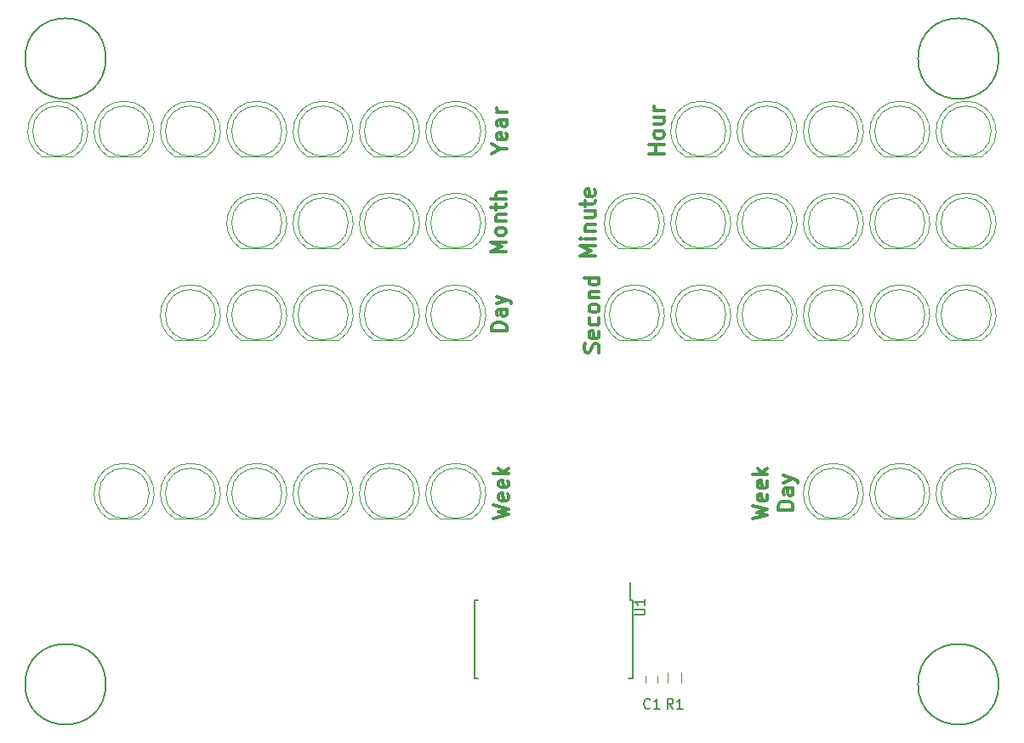
<source format=gbr>
G04 #@! TF.GenerationSoftware,KiCad,Pcbnew,(5.0.2)-1*
G04 #@! TF.CreationDate,2020-05-31T20:05:05-05:00*
G04 #@! TF.ProjectId,Binary_Display,42696e61-7279-45f4-9469-73706c61792e,rev?*
G04 #@! TF.SameCoordinates,Original*
G04 #@! TF.FileFunction,Legend,Top*
G04 #@! TF.FilePolarity,Positive*
%FSLAX46Y46*%
G04 Gerber Fmt 4.6, Leading zero omitted, Abs format (unit mm)*
G04 Created by KiCad (PCBNEW (5.0.2)-1) date 5/31/2020 8:05:05 PM*
%MOMM*%
%LPD*%
G01*
G04 APERTURE LIST*
%ADD10C,0.300000*%
%ADD11C,0.150000*%
%ADD12C,0.120000*%
G04 APERTURE END LIST*
D10*
X173758942Y-107204200D02*
X173830371Y-106989914D01*
X173830371Y-106632771D01*
X173758942Y-106489914D01*
X173687514Y-106418485D01*
X173544657Y-106347057D01*
X173401800Y-106347057D01*
X173258942Y-106418485D01*
X173187514Y-106489914D01*
X173116085Y-106632771D01*
X173044657Y-106918485D01*
X172973228Y-107061342D01*
X172901800Y-107132771D01*
X172758942Y-107204200D01*
X172616085Y-107204200D01*
X172473228Y-107132771D01*
X172401800Y-107061342D01*
X172330371Y-106918485D01*
X172330371Y-106561342D01*
X172401800Y-106347057D01*
X173758942Y-105132771D02*
X173830371Y-105275628D01*
X173830371Y-105561342D01*
X173758942Y-105704200D01*
X173616085Y-105775628D01*
X173044657Y-105775628D01*
X172901800Y-105704200D01*
X172830371Y-105561342D01*
X172830371Y-105275628D01*
X172901800Y-105132771D01*
X173044657Y-105061342D01*
X173187514Y-105061342D01*
X173330371Y-105775628D01*
X173758942Y-103775628D02*
X173830371Y-103918485D01*
X173830371Y-104204200D01*
X173758942Y-104347057D01*
X173687514Y-104418485D01*
X173544657Y-104489914D01*
X173116085Y-104489914D01*
X172973228Y-104418485D01*
X172901800Y-104347057D01*
X172830371Y-104204200D01*
X172830371Y-103918485D01*
X172901800Y-103775628D01*
X173830371Y-102918485D02*
X173758942Y-103061342D01*
X173687514Y-103132771D01*
X173544657Y-103204200D01*
X173116085Y-103204200D01*
X172973228Y-103132771D01*
X172901800Y-103061342D01*
X172830371Y-102918485D01*
X172830371Y-102704200D01*
X172901800Y-102561342D01*
X172973228Y-102489914D01*
X173116085Y-102418485D01*
X173544657Y-102418485D01*
X173687514Y-102489914D01*
X173758942Y-102561342D01*
X173830371Y-102704200D01*
X173830371Y-102918485D01*
X172830371Y-101775628D02*
X173830371Y-101775628D01*
X172973228Y-101775628D02*
X172901800Y-101704200D01*
X172830371Y-101561342D01*
X172830371Y-101347057D01*
X172901800Y-101204200D01*
X173044657Y-101132771D01*
X173830371Y-101132771D01*
X173830371Y-99775628D02*
X172330371Y-99775628D01*
X173758942Y-99775628D02*
X173830371Y-99918485D01*
X173830371Y-100204200D01*
X173758942Y-100347057D01*
X173687514Y-100418485D01*
X173544657Y-100489914D01*
X173116085Y-100489914D01*
X172973228Y-100418485D01*
X172901800Y-100347057D01*
X172830371Y-100204200D01*
X172830371Y-99918485D01*
X172901800Y-99775628D01*
X173423971Y-97570514D02*
X171923971Y-97570514D01*
X172995400Y-97070514D01*
X171923971Y-96570514D01*
X173423971Y-96570514D01*
X173423971Y-95856228D02*
X172423971Y-95856228D01*
X171923971Y-95856228D02*
X171995400Y-95927657D01*
X172066828Y-95856228D01*
X171995400Y-95784800D01*
X171923971Y-95856228D01*
X172066828Y-95856228D01*
X172423971Y-95141942D02*
X173423971Y-95141942D01*
X172566828Y-95141942D02*
X172495400Y-95070514D01*
X172423971Y-94927657D01*
X172423971Y-94713371D01*
X172495400Y-94570514D01*
X172638257Y-94499085D01*
X173423971Y-94499085D01*
X172423971Y-93141942D02*
X173423971Y-93141942D01*
X172423971Y-93784800D02*
X173209685Y-93784800D01*
X173352542Y-93713371D01*
X173423971Y-93570514D01*
X173423971Y-93356228D01*
X173352542Y-93213371D01*
X173281114Y-93141942D01*
X172423971Y-92641942D02*
X172423971Y-92070514D01*
X171923971Y-92427657D02*
X173209685Y-92427657D01*
X173352542Y-92356228D01*
X173423971Y-92213371D01*
X173423971Y-92070514D01*
X173352542Y-90999085D02*
X173423971Y-91141942D01*
X173423971Y-91427657D01*
X173352542Y-91570514D01*
X173209685Y-91641942D01*
X172638257Y-91641942D01*
X172495400Y-91570514D01*
X172423971Y-91427657D01*
X172423971Y-91141942D01*
X172495400Y-90999085D01*
X172638257Y-90927657D01*
X172781114Y-90927657D01*
X172923971Y-91641942D01*
X180281971Y-87390800D02*
X178781971Y-87390800D01*
X179496257Y-87390800D02*
X179496257Y-86533657D01*
X180281971Y-86533657D02*
X178781971Y-86533657D01*
X180281971Y-85605085D02*
X180210542Y-85747942D01*
X180139114Y-85819371D01*
X179996257Y-85890800D01*
X179567685Y-85890800D01*
X179424828Y-85819371D01*
X179353400Y-85747942D01*
X179281971Y-85605085D01*
X179281971Y-85390800D01*
X179353400Y-85247942D01*
X179424828Y-85176514D01*
X179567685Y-85105085D01*
X179996257Y-85105085D01*
X180139114Y-85176514D01*
X180210542Y-85247942D01*
X180281971Y-85390800D01*
X180281971Y-85605085D01*
X179281971Y-83819371D02*
X180281971Y-83819371D01*
X179281971Y-84462228D02*
X180067685Y-84462228D01*
X180210542Y-84390800D01*
X180281971Y-84247942D01*
X180281971Y-84033657D01*
X180210542Y-83890800D01*
X180139114Y-83819371D01*
X180281971Y-83105085D02*
X179281971Y-83105085D01*
X179567685Y-83105085D02*
X179424828Y-83033657D01*
X179353400Y-82962228D01*
X179281971Y-82819371D01*
X179281971Y-82676514D01*
X189089371Y-123769914D02*
X190589371Y-123412771D01*
X189517942Y-123127057D01*
X190589371Y-122841342D01*
X189089371Y-122484200D01*
X190517942Y-121341342D02*
X190589371Y-121484200D01*
X190589371Y-121769914D01*
X190517942Y-121912771D01*
X190375085Y-121984200D01*
X189803657Y-121984200D01*
X189660800Y-121912771D01*
X189589371Y-121769914D01*
X189589371Y-121484200D01*
X189660800Y-121341342D01*
X189803657Y-121269914D01*
X189946514Y-121269914D01*
X190089371Y-121984200D01*
X190517942Y-120055628D02*
X190589371Y-120198485D01*
X190589371Y-120484200D01*
X190517942Y-120627057D01*
X190375085Y-120698485D01*
X189803657Y-120698485D01*
X189660800Y-120627057D01*
X189589371Y-120484200D01*
X189589371Y-120198485D01*
X189660800Y-120055628D01*
X189803657Y-119984200D01*
X189946514Y-119984200D01*
X190089371Y-120698485D01*
X190589371Y-119341342D02*
X189089371Y-119341342D01*
X190017942Y-119198485D02*
X190589371Y-118769914D01*
X189589371Y-118769914D02*
X190160800Y-119341342D01*
X193139371Y-122877057D02*
X191639371Y-122877057D01*
X191639371Y-122519914D01*
X191710800Y-122305628D01*
X191853657Y-122162771D01*
X191996514Y-122091342D01*
X192282228Y-122019914D01*
X192496514Y-122019914D01*
X192782228Y-122091342D01*
X192925085Y-122162771D01*
X193067942Y-122305628D01*
X193139371Y-122519914D01*
X193139371Y-122877057D01*
X193139371Y-120734200D02*
X192353657Y-120734200D01*
X192210800Y-120805628D01*
X192139371Y-120948485D01*
X192139371Y-121234200D01*
X192210800Y-121377057D01*
X193067942Y-120734200D02*
X193139371Y-120877057D01*
X193139371Y-121234200D01*
X193067942Y-121377057D01*
X192925085Y-121448485D01*
X192782228Y-121448485D01*
X192639371Y-121377057D01*
X192567942Y-121234200D01*
X192567942Y-120877057D01*
X192496514Y-120734200D01*
X192139371Y-120162771D02*
X193139371Y-119805628D01*
X192139371Y-119448485D02*
X193139371Y-119805628D01*
X193496514Y-119948485D01*
X193567942Y-120019914D01*
X193639371Y-120162771D01*
X163338771Y-123719114D02*
X164838771Y-123361971D01*
X163767342Y-123076257D01*
X164838771Y-122790542D01*
X163338771Y-122433400D01*
X164767342Y-121290542D02*
X164838771Y-121433400D01*
X164838771Y-121719114D01*
X164767342Y-121861971D01*
X164624485Y-121933400D01*
X164053057Y-121933400D01*
X163910200Y-121861971D01*
X163838771Y-121719114D01*
X163838771Y-121433400D01*
X163910200Y-121290542D01*
X164053057Y-121219114D01*
X164195914Y-121219114D01*
X164338771Y-121933400D01*
X164767342Y-120004828D02*
X164838771Y-120147685D01*
X164838771Y-120433400D01*
X164767342Y-120576257D01*
X164624485Y-120647685D01*
X164053057Y-120647685D01*
X163910200Y-120576257D01*
X163838771Y-120433400D01*
X163838771Y-120147685D01*
X163910200Y-120004828D01*
X164053057Y-119933400D01*
X164195914Y-119933400D01*
X164338771Y-120647685D01*
X164838771Y-119290542D02*
X163338771Y-119290542D01*
X164267342Y-119147685D02*
X164838771Y-118719114D01*
X163838771Y-118719114D02*
X164410200Y-119290542D01*
X164610171Y-105046257D02*
X163110171Y-105046257D01*
X163110171Y-104689114D01*
X163181600Y-104474828D01*
X163324457Y-104331971D01*
X163467314Y-104260542D01*
X163753028Y-104189114D01*
X163967314Y-104189114D01*
X164253028Y-104260542D01*
X164395885Y-104331971D01*
X164538742Y-104474828D01*
X164610171Y-104689114D01*
X164610171Y-105046257D01*
X164610171Y-102903400D02*
X163824457Y-102903400D01*
X163681600Y-102974828D01*
X163610171Y-103117685D01*
X163610171Y-103403400D01*
X163681600Y-103546257D01*
X164538742Y-102903400D02*
X164610171Y-103046257D01*
X164610171Y-103403400D01*
X164538742Y-103546257D01*
X164395885Y-103617685D01*
X164253028Y-103617685D01*
X164110171Y-103546257D01*
X164038742Y-103403400D01*
X164038742Y-103046257D01*
X163967314Y-102903400D01*
X163610171Y-102331971D02*
X164610171Y-101974828D01*
X163610171Y-101617685D02*
X164610171Y-101974828D01*
X164967314Y-102117685D01*
X165038742Y-102189114D01*
X165110171Y-102331971D01*
X164559371Y-97198285D02*
X163059371Y-97198285D01*
X164130800Y-96698285D01*
X163059371Y-96198285D01*
X164559371Y-96198285D01*
X164559371Y-95269714D02*
X164487942Y-95412571D01*
X164416514Y-95484000D01*
X164273657Y-95555428D01*
X163845085Y-95555428D01*
X163702228Y-95484000D01*
X163630800Y-95412571D01*
X163559371Y-95269714D01*
X163559371Y-95055428D01*
X163630800Y-94912571D01*
X163702228Y-94841142D01*
X163845085Y-94769714D01*
X164273657Y-94769714D01*
X164416514Y-94841142D01*
X164487942Y-94912571D01*
X164559371Y-95055428D01*
X164559371Y-95269714D01*
X163559371Y-94126857D02*
X164559371Y-94126857D01*
X163702228Y-94126857D02*
X163630800Y-94055428D01*
X163559371Y-93912571D01*
X163559371Y-93698285D01*
X163630800Y-93555428D01*
X163773657Y-93484000D01*
X164559371Y-93484000D01*
X163559371Y-92984000D02*
X163559371Y-92412571D01*
X163059371Y-92769714D02*
X164345085Y-92769714D01*
X164487942Y-92698285D01*
X164559371Y-92555428D01*
X164559371Y-92412571D01*
X164559371Y-91912571D02*
X163059371Y-91912571D01*
X164559371Y-91269714D02*
X163773657Y-91269714D01*
X163630800Y-91341142D01*
X163559371Y-91484000D01*
X163559371Y-91698285D01*
X163630800Y-91841142D01*
X163702228Y-91912571D01*
X163946685Y-86951914D02*
X164660971Y-86951914D01*
X163160971Y-87451914D02*
X163946685Y-86951914D01*
X163160971Y-86451914D01*
X164589542Y-85380485D02*
X164660971Y-85523342D01*
X164660971Y-85809057D01*
X164589542Y-85951914D01*
X164446685Y-86023342D01*
X163875257Y-86023342D01*
X163732400Y-85951914D01*
X163660971Y-85809057D01*
X163660971Y-85523342D01*
X163732400Y-85380485D01*
X163875257Y-85309057D01*
X164018114Y-85309057D01*
X164160971Y-86023342D01*
X164660971Y-84023342D02*
X163875257Y-84023342D01*
X163732400Y-84094771D01*
X163660971Y-84237628D01*
X163660971Y-84523342D01*
X163732400Y-84666200D01*
X164589542Y-84023342D02*
X164660971Y-84166200D01*
X164660971Y-84523342D01*
X164589542Y-84666200D01*
X164446685Y-84737628D01*
X164303828Y-84737628D01*
X164160971Y-84666200D01*
X164089542Y-84523342D01*
X164089542Y-84166200D01*
X164018114Y-84023342D01*
X164660971Y-83309057D02*
X163660971Y-83309057D01*
X163946685Y-83309057D02*
X163803828Y-83237628D01*
X163732400Y-83166200D01*
X163660971Y-83023342D01*
X163660971Y-82880485D01*
D11*
G04 #@! TO.C,REF\002A\002A*
X213608920Y-77932280D02*
G75*
G03X213608920Y-77932280I-4013200J0D01*
G01*
X124719080Y-140253720D02*
G75*
G03X124719080Y-140253720I-4013200J0D01*
G01*
X213608920Y-140253720D02*
G75*
G03X213608920Y-140253720I-4013200J0D01*
G01*
G04 #@! TO.C,U1*
X177166000Y-131889000D02*
X176891000Y-131889000D01*
X177166000Y-139639000D02*
X176801000Y-139639000D01*
X161416000Y-139639000D02*
X161781000Y-139639000D01*
X161416000Y-131889000D02*
X161781000Y-131889000D01*
X177166000Y-131889000D02*
X177166000Y-139639000D01*
X161416000Y-131889000D02*
X161416000Y-139639000D01*
X176891000Y-131889000D02*
X176891000Y-130064000D01*
D12*
G04 #@! TO.C,D31*
X177343262Y-91320200D02*
G75*
G03X175797970Y-96870200I-462J-2990000D01*
G01*
X177342338Y-91320200D02*
G75*
G02X178887630Y-96870200I462J-2990000D01*
G01*
X179842800Y-94310200D02*
G75*
G03X179842800Y-94310200I-2500000J0D01*
G01*
X175797800Y-96870200D02*
X178887800Y-96870200D01*
G04 #@! TO.C,C1*
X178470000Y-140116000D02*
X178470000Y-139416000D01*
X179670000Y-139416000D02*
X179670000Y-140116000D01*
G04 #@! TO.C,D1*
X159563262Y-82176200D02*
G75*
G03X158017970Y-87726200I-462J-2990000D01*
G01*
X159562338Y-82176200D02*
G75*
G02X161107630Y-87726200I462J-2990000D01*
G01*
X162062800Y-85166200D02*
G75*
G03X162062800Y-85166200I-2500000J0D01*
G01*
X158017800Y-87726200D02*
X161107800Y-87726200D01*
G04 #@! TO.C,D2*
X152959262Y-82176200D02*
G75*
G03X151413970Y-87726200I-462J-2990000D01*
G01*
X152958338Y-82176200D02*
G75*
G02X154503630Y-87726200I462J-2990000D01*
G01*
X155458800Y-85166200D02*
G75*
G03X155458800Y-85166200I-2500000J0D01*
G01*
X151413800Y-87726200D02*
X154503800Y-87726200D01*
G04 #@! TO.C,D3*
X146355262Y-82176200D02*
G75*
G03X144809970Y-87726200I-462J-2990000D01*
G01*
X146354338Y-82176200D02*
G75*
G02X147899630Y-87726200I462J-2990000D01*
G01*
X148854800Y-85166200D02*
G75*
G03X148854800Y-85166200I-2500000J0D01*
G01*
X144809800Y-87726200D02*
X147899800Y-87726200D01*
G04 #@! TO.C,D4*
X139751262Y-82176200D02*
G75*
G03X138205970Y-87726200I-462J-2990000D01*
G01*
X139750338Y-82176200D02*
G75*
G02X141295630Y-87726200I462J-2990000D01*
G01*
X142250800Y-85166200D02*
G75*
G03X142250800Y-85166200I-2500000J0D01*
G01*
X138205800Y-87726200D02*
X141295800Y-87726200D01*
G04 #@! TO.C,D5*
X133147262Y-82176200D02*
G75*
G03X131601970Y-87726200I-462J-2990000D01*
G01*
X133146338Y-82176200D02*
G75*
G02X134691630Y-87726200I462J-2990000D01*
G01*
X135646800Y-85166200D02*
G75*
G03X135646800Y-85166200I-2500000J0D01*
G01*
X131601800Y-87726200D02*
X134691800Y-87726200D01*
G04 #@! TO.C,D6*
X126543262Y-82176200D02*
G75*
G03X124997970Y-87726200I-462J-2990000D01*
G01*
X126542338Y-82176200D02*
G75*
G02X128087630Y-87726200I462J-2990000D01*
G01*
X129042800Y-85166200D02*
G75*
G03X129042800Y-85166200I-2500000J0D01*
G01*
X124997800Y-87726200D02*
X128087800Y-87726200D01*
G04 #@! TO.C,D7*
X119939262Y-82176200D02*
G75*
G03X118393970Y-87726200I-462J-2990000D01*
G01*
X119938338Y-82176200D02*
G75*
G02X121483630Y-87726200I462J-2990000D01*
G01*
X122438800Y-85166200D02*
G75*
G03X122438800Y-85166200I-2500000J0D01*
G01*
X118393800Y-87726200D02*
X121483800Y-87726200D01*
G04 #@! TO.C,D8*
X159563262Y-118244200D02*
G75*
G03X158017970Y-123794200I-462J-2990000D01*
G01*
X159562338Y-118244200D02*
G75*
G02X161107630Y-123794200I462J-2990000D01*
G01*
X162062800Y-121234200D02*
G75*
G03X162062800Y-121234200I-2500000J0D01*
G01*
X158017800Y-123794200D02*
X161107800Y-123794200D01*
G04 #@! TO.C,D9*
X152959262Y-118244200D02*
G75*
G03X151413970Y-123794200I-462J-2990000D01*
G01*
X152958338Y-118244200D02*
G75*
G02X154503630Y-123794200I462J-2990000D01*
G01*
X155458800Y-121234200D02*
G75*
G03X155458800Y-121234200I-2500000J0D01*
G01*
X151413800Y-123794200D02*
X154503800Y-123794200D01*
G04 #@! TO.C,D10*
X146355262Y-118244200D02*
G75*
G03X144809970Y-123794200I-462J-2990000D01*
G01*
X146354338Y-118244200D02*
G75*
G02X147899630Y-123794200I462J-2990000D01*
G01*
X148854800Y-121234200D02*
G75*
G03X148854800Y-121234200I-2500000J0D01*
G01*
X144809800Y-123794200D02*
X147899800Y-123794200D01*
G04 #@! TO.C,D11*
X139751262Y-118244200D02*
G75*
G03X138205970Y-123794200I-462J-2990000D01*
G01*
X139750338Y-118244200D02*
G75*
G02X141295630Y-123794200I462J-2990000D01*
G01*
X142250800Y-121234200D02*
G75*
G03X142250800Y-121234200I-2500000J0D01*
G01*
X138205800Y-123794200D02*
X141295800Y-123794200D01*
G04 #@! TO.C,D12*
X133147262Y-118244200D02*
G75*
G03X131601970Y-123794200I-462J-2990000D01*
G01*
X133146338Y-118244200D02*
G75*
G02X134691630Y-123794200I462J-2990000D01*
G01*
X135646800Y-121234200D02*
G75*
G03X135646800Y-121234200I-2500000J0D01*
G01*
X131601800Y-123794200D02*
X134691800Y-123794200D01*
G04 #@! TO.C,D13*
X126543262Y-118244200D02*
G75*
G03X124997970Y-123794200I-462J-2990000D01*
G01*
X126542338Y-118244200D02*
G75*
G02X128087630Y-123794200I462J-2990000D01*
G01*
X129042800Y-121234200D02*
G75*
G03X129042800Y-121234200I-2500000J0D01*
G01*
X124997800Y-123794200D02*
X128087800Y-123794200D01*
G04 #@! TO.C,D14*
X210363262Y-82176200D02*
G75*
G03X208817970Y-87726200I-462J-2990000D01*
G01*
X210362338Y-82176200D02*
G75*
G02X211907630Y-87726200I462J-2990000D01*
G01*
X212862800Y-85166200D02*
G75*
G03X212862800Y-85166200I-2500000J0D01*
G01*
X208817800Y-87726200D02*
X211907800Y-87726200D01*
G04 #@! TO.C,D15*
X203759262Y-82176200D02*
G75*
G03X202213970Y-87726200I-462J-2990000D01*
G01*
X203758338Y-82176200D02*
G75*
G02X205303630Y-87726200I462J-2990000D01*
G01*
X206258800Y-85166200D02*
G75*
G03X206258800Y-85166200I-2500000J0D01*
G01*
X202213800Y-87726200D02*
X205303800Y-87726200D01*
G04 #@! TO.C,D16*
X197155262Y-82176200D02*
G75*
G03X195609970Y-87726200I-462J-2990000D01*
G01*
X197154338Y-82176200D02*
G75*
G02X198699630Y-87726200I462J-2990000D01*
G01*
X199654800Y-85166200D02*
G75*
G03X199654800Y-85166200I-2500000J0D01*
G01*
X195609800Y-87726200D02*
X198699800Y-87726200D01*
G04 #@! TO.C,D17*
X190551262Y-82176200D02*
G75*
G03X189005970Y-87726200I-462J-2990000D01*
G01*
X190550338Y-82176200D02*
G75*
G02X192095630Y-87726200I462J-2990000D01*
G01*
X193050800Y-85166200D02*
G75*
G03X193050800Y-85166200I-2500000J0D01*
G01*
X189005800Y-87726200D02*
X192095800Y-87726200D01*
G04 #@! TO.C,D18*
X183947262Y-82176200D02*
G75*
G03X182401970Y-87726200I-462J-2990000D01*
G01*
X183946338Y-82176200D02*
G75*
G02X185491630Y-87726200I462J-2990000D01*
G01*
X186446800Y-85166200D02*
G75*
G03X186446800Y-85166200I-2500000J0D01*
G01*
X182401800Y-87726200D02*
X185491800Y-87726200D01*
G04 #@! TO.C,D19*
X159563262Y-91320200D02*
G75*
G03X158017970Y-96870200I-462J-2990000D01*
G01*
X159562338Y-91320200D02*
G75*
G02X161107630Y-96870200I462J-2990000D01*
G01*
X162062800Y-94310200D02*
G75*
G03X162062800Y-94310200I-2500000J0D01*
G01*
X158017800Y-96870200D02*
X161107800Y-96870200D01*
G04 #@! TO.C,D20*
X152959262Y-91320200D02*
G75*
G03X151413970Y-96870200I-462J-2990000D01*
G01*
X152958338Y-91320200D02*
G75*
G02X154503630Y-96870200I462J-2990000D01*
G01*
X155458800Y-94310200D02*
G75*
G03X155458800Y-94310200I-2500000J0D01*
G01*
X151413800Y-96870200D02*
X154503800Y-96870200D01*
G04 #@! TO.C,D21*
X146355262Y-91320200D02*
G75*
G03X144809970Y-96870200I-462J-2990000D01*
G01*
X146354338Y-91320200D02*
G75*
G02X147899630Y-96870200I462J-2990000D01*
G01*
X148854800Y-94310200D02*
G75*
G03X148854800Y-94310200I-2500000J0D01*
G01*
X144809800Y-96870200D02*
X147899800Y-96870200D01*
G04 #@! TO.C,D22*
X139751262Y-91320200D02*
G75*
G03X138205970Y-96870200I-462J-2990000D01*
G01*
X139750338Y-91320200D02*
G75*
G02X141295630Y-96870200I462J-2990000D01*
G01*
X142250800Y-94310200D02*
G75*
G03X142250800Y-94310200I-2500000J0D01*
G01*
X138205800Y-96870200D02*
X141295800Y-96870200D01*
G04 #@! TO.C,D23*
X210363262Y-118244200D02*
G75*
G03X208817970Y-123794200I-462J-2990000D01*
G01*
X210362338Y-118244200D02*
G75*
G02X211907630Y-123794200I462J-2990000D01*
G01*
X212862800Y-121234200D02*
G75*
G03X212862800Y-121234200I-2500000J0D01*
G01*
X208817800Y-123794200D02*
X211907800Y-123794200D01*
G04 #@! TO.C,D24*
X203759262Y-118244200D02*
G75*
G03X202213970Y-123794200I-462J-2990000D01*
G01*
X203758338Y-118244200D02*
G75*
G02X205303630Y-123794200I462J-2990000D01*
G01*
X206258800Y-121234200D02*
G75*
G03X206258800Y-121234200I-2500000J0D01*
G01*
X202213800Y-123794200D02*
X205303800Y-123794200D01*
G04 #@! TO.C,D25*
X197155262Y-118244200D02*
G75*
G03X195609970Y-123794200I-462J-2990000D01*
G01*
X197154338Y-118244200D02*
G75*
G02X198699630Y-123794200I462J-2990000D01*
G01*
X199654800Y-121234200D02*
G75*
G03X199654800Y-121234200I-2500000J0D01*
G01*
X195609800Y-123794200D02*
X198699800Y-123794200D01*
G04 #@! TO.C,D26*
X210363262Y-91320200D02*
G75*
G03X208817970Y-96870200I-462J-2990000D01*
G01*
X210362338Y-91320200D02*
G75*
G02X211907630Y-96870200I462J-2990000D01*
G01*
X212862800Y-94310200D02*
G75*
G03X212862800Y-94310200I-2500000J0D01*
G01*
X208817800Y-96870200D02*
X211907800Y-96870200D01*
G04 #@! TO.C,D27*
X203759262Y-91320200D02*
G75*
G03X202213970Y-96870200I-462J-2990000D01*
G01*
X203758338Y-91320200D02*
G75*
G02X205303630Y-96870200I462J-2990000D01*
G01*
X206258800Y-94310200D02*
G75*
G03X206258800Y-94310200I-2500000J0D01*
G01*
X202213800Y-96870200D02*
X205303800Y-96870200D01*
G04 #@! TO.C,D28*
X197155262Y-91320200D02*
G75*
G03X195609970Y-96870200I-462J-2990000D01*
G01*
X197154338Y-91320200D02*
G75*
G02X198699630Y-96870200I462J-2990000D01*
G01*
X199654800Y-94310200D02*
G75*
G03X199654800Y-94310200I-2500000J0D01*
G01*
X195609800Y-96870200D02*
X198699800Y-96870200D01*
G04 #@! TO.C,D29*
X190551262Y-91320200D02*
G75*
G03X189005970Y-96870200I-462J-2990000D01*
G01*
X190550338Y-91320200D02*
G75*
G02X192095630Y-96870200I462J-2990000D01*
G01*
X193050800Y-94310200D02*
G75*
G03X193050800Y-94310200I-2500000J0D01*
G01*
X189005800Y-96870200D02*
X192095800Y-96870200D01*
G04 #@! TO.C,D30*
X183947262Y-91320200D02*
G75*
G03X182401970Y-96870200I-462J-2990000D01*
G01*
X183946338Y-91320200D02*
G75*
G02X185491630Y-96870200I462J-2990000D01*
G01*
X186446800Y-94310200D02*
G75*
G03X186446800Y-94310200I-2500000J0D01*
G01*
X182401800Y-96870200D02*
X185491800Y-96870200D01*
G04 #@! TO.C,D32*
X159563262Y-100464200D02*
G75*
G03X158017970Y-106014200I-462J-2990000D01*
G01*
X159562338Y-100464200D02*
G75*
G02X161107630Y-106014200I462J-2990000D01*
G01*
X162062800Y-103454200D02*
G75*
G03X162062800Y-103454200I-2500000J0D01*
G01*
X158017800Y-106014200D02*
X161107800Y-106014200D01*
G04 #@! TO.C,D33*
X152959262Y-100464200D02*
G75*
G03X151413970Y-106014200I-462J-2990000D01*
G01*
X152958338Y-100464200D02*
G75*
G02X154503630Y-106014200I462J-2990000D01*
G01*
X155458800Y-103454200D02*
G75*
G03X155458800Y-103454200I-2500000J0D01*
G01*
X151413800Y-106014200D02*
X154503800Y-106014200D01*
G04 #@! TO.C,D34*
X146355262Y-100464200D02*
G75*
G03X144809970Y-106014200I-462J-2990000D01*
G01*
X146354338Y-100464200D02*
G75*
G02X147899630Y-106014200I462J-2990000D01*
G01*
X148854800Y-103454200D02*
G75*
G03X148854800Y-103454200I-2500000J0D01*
G01*
X144809800Y-106014200D02*
X147899800Y-106014200D01*
G04 #@! TO.C,D35*
X139751262Y-100464200D02*
G75*
G03X138205970Y-106014200I-462J-2990000D01*
G01*
X139750338Y-100464200D02*
G75*
G02X141295630Y-106014200I462J-2990000D01*
G01*
X142250800Y-103454200D02*
G75*
G03X142250800Y-103454200I-2500000J0D01*
G01*
X138205800Y-106014200D02*
X141295800Y-106014200D01*
G04 #@! TO.C,D36*
X133147262Y-100464200D02*
G75*
G03X131601970Y-106014200I-462J-2990000D01*
G01*
X133146338Y-100464200D02*
G75*
G02X134691630Y-106014200I462J-2990000D01*
G01*
X135646800Y-103454200D02*
G75*
G03X135646800Y-103454200I-2500000J0D01*
G01*
X131601800Y-106014200D02*
X134691800Y-106014200D01*
G04 #@! TO.C,D37*
X210363262Y-100464200D02*
G75*
G03X208817970Y-106014200I-462J-2990000D01*
G01*
X210362338Y-100464200D02*
G75*
G02X211907630Y-106014200I462J-2990000D01*
G01*
X212862800Y-103454200D02*
G75*
G03X212862800Y-103454200I-2500000J0D01*
G01*
X208817800Y-106014200D02*
X211907800Y-106014200D01*
G04 #@! TO.C,D38*
X203759262Y-100464200D02*
G75*
G03X202213970Y-106014200I-462J-2990000D01*
G01*
X203758338Y-100464200D02*
G75*
G02X205303630Y-106014200I462J-2990000D01*
G01*
X206258800Y-103454200D02*
G75*
G03X206258800Y-103454200I-2500000J0D01*
G01*
X202213800Y-106014200D02*
X205303800Y-106014200D01*
G04 #@! TO.C,D39*
X197155262Y-100464200D02*
G75*
G03X195609970Y-106014200I-462J-2990000D01*
G01*
X197154338Y-100464200D02*
G75*
G02X198699630Y-106014200I462J-2990000D01*
G01*
X199654800Y-103454200D02*
G75*
G03X199654800Y-103454200I-2500000J0D01*
G01*
X195609800Y-106014200D02*
X198699800Y-106014200D01*
G04 #@! TO.C,D40*
X190551262Y-100464200D02*
G75*
G03X189005970Y-106014200I-462J-2990000D01*
G01*
X190550338Y-100464200D02*
G75*
G02X192095630Y-106014200I462J-2990000D01*
G01*
X193050800Y-103454200D02*
G75*
G03X193050800Y-103454200I-2500000J0D01*
G01*
X189005800Y-106014200D02*
X192095800Y-106014200D01*
G04 #@! TO.C,D41*
X183947262Y-100464200D02*
G75*
G03X182401970Y-106014200I-462J-2990000D01*
G01*
X183946338Y-100464200D02*
G75*
G02X185491630Y-106014200I462J-2990000D01*
G01*
X186446800Y-103454200D02*
G75*
G03X186446800Y-103454200I-2500000J0D01*
G01*
X182401800Y-106014200D02*
X185491800Y-106014200D01*
G04 #@! TO.C,D42*
X177343262Y-100464200D02*
G75*
G03X175797970Y-106014200I-462J-2990000D01*
G01*
X177342338Y-100464200D02*
G75*
G02X178887630Y-106014200I462J-2990000D01*
G01*
X179842800Y-103454200D02*
G75*
G03X179842800Y-103454200I-2500000J0D01*
G01*
X175797800Y-106014200D02*
X178887800Y-106014200D01*
G04 #@! TO.C,R1*
X182036000Y-139116000D02*
X182036000Y-140116000D01*
X180676000Y-140116000D02*
X180676000Y-139116000D01*
D11*
G04 #@! TO.C,REF\002A\002A*
X124719080Y-77932280D02*
G75*
G03X124719080Y-77932280I-4013200J0D01*
G01*
G04 #@! TO.C,U1*
X177379380Y-133349904D02*
X178188904Y-133349904D01*
X178284142Y-133302285D01*
X178331761Y-133254666D01*
X178379380Y-133159428D01*
X178379380Y-132968952D01*
X178331761Y-132873714D01*
X178284142Y-132826095D01*
X178188904Y-132778476D01*
X177379380Y-132778476D01*
X178379380Y-131778476D02*
X178379380Y-132349904D01*
X178379380Y-132064190D02*
X177379380Y-132064190D01*
X177522238Y-132159428D01*
X177617476Y-132254666D01*
X177665095Y-132349904D01*
G04 #@! TO.C,C1*
X178903333Y-142597142D02*
X178855714Y-142644761D01*
X178712857Y-142692380D01*
X178617619Y-142692380D01*
X178474761Y-142644761D01*
X178379523Y-142549523D01*
X178331904Y-142454285D01*
X178284285Y-142263809D01*
X178284285Y-142120952D01*
X178331904Y-141930476D01*
X178379523Y-141835238D01*
X178474761Y-141740000D01*
X178617619Y-141692380D01*
X178712857Y-141692380D01*
X178855714Y-141740000D01*
X178903333Y-141787619D01*
X179855714Y-142692380D02*
X179284285Y-142692380D01*
X179570000Y-142692380D02*
X179570000Y-141692380D01*
X179474761Y-141835238D01*
X179379523Y-141930476D01*
X179284285Y-141978095D01*
G04 #@! TO.C,R1*
X181189333Y-142692380D02*
X180856000Y-142216190D01*
X180617904Y-142692380D02*
X180617904Y-141692380D01*
X180998857Y-141692380D01*
X181094095Y-141740000D01*
X181141714Y-141787619D01*
X181189333Y-141882857D01*
X181189333Y-142025714D01*
X181141714Y-142120952D01*
X181094095Y-142168571D01*
X180998857Y-142216190D01*
X180617904Y-142216190D01*
X182141714Y-142692380D02*
X181570285Y-142692380D01*
X181856000Y-142692380D02*
X181856000Y-141692380D01*
X181760761Y-141835238D01*
X181665523Y-141930476D01*
X181570285Y-141978095D01*
G04 #@! TD*
M02*

</source>
